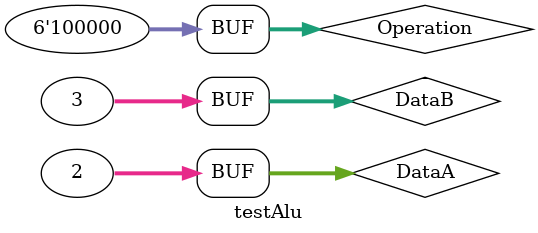
<source format=v>
`timescale 1ns / 1ps


module testAlu;

	// Inputs
	reg [31:0] DataA;
	reg [31:0] DataB;
	reg [5:0] Operation;

	// Outputs
	wire [31:0] AluResult;
	wire Zero;

	// Instantiate the Unit Under Test (UUT)
	alu uut (
		.DataA(DataA), 
		.DataB(DataB), 
		.Operation(Operation), 
		.AluResult(AluResult), 
		.Zero(Zero)
	);

	initial begin
		// Initialize Inputs
		DataA = 0;
		DataB = 0;
		Operation = 0;

		// Wait 100 ns for global reset to finish
		#100;
      DataA = 2;
		DataB = 3;
		Operation = 6'b100000;
		// Add stimulus here

	end
      
endmodule


</source>
